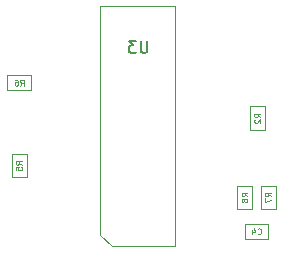
<source format=gbr>
G04 #@! TF.GenerationSoftware,KiCad,Pcbnew,(6.0.2)*
G04 #@! TF.CreationDate,2022-09-28T01:57:45+02:00*
G04 #@! TF.ProjectId,Tiny-Power-Meter,54696e79-2d50-46f7-9765-722d4d657465,rev?*
G04 #@! TF.SameCoordinates,Original*
G04 #@! TF.FileFunction,AssemblyDrawing,Bot*
%FSLAX46Y46*%
G04 Gerber Fmt 4.6, Leading zero omitted, Abs format (unit mm)*
G04 Created by KiCad (PCBNEW (6.0.2)) date 2022-09-28 01:57:45*
%MOMM*%
%LPD*%
G01*
G04 APERTURE LIST*
%ADD10C,0.080000*%
%ADD11C,0.150000*%
%ADD12C,0.100000*%
G04 APERTURE END LIST*
D10*
X160426190Y-77716666D02*
X160188095Y-77550000D01*
X160426190Y-77430952D02*
X159926190Y-77430952D01*
X159926190Y-77621428D01*
X159950000Y-77669047D01*
X159973809Y-77692857D01*
X160021428Y-77716666D01*
X160092857Y-77716666D01*
X160140476Y-77692857D01*
X160164285Y-77669047D01*
X160188095Y-77621428D01*
X160188095Y-77430952D01*
X159973809Y-77907142D02*
X159950000Y-77930952D01*
X159926190Y-77978571D01*
X159926190Y-78097619D01*
X159950000Y-78145238D01*
X159973809Y-78169047D01*
X160021428Y-78192857D01*
X160069047Y-78192857D01*
X160140476Y-78169047D01*
X160426190Y-77883333D01*
X160426190Y-78192857D01*
X140226190Y-81716666D02*
X139988095Y-81550000D01*
X140226190Y-81430952D02*
X139726190Y-81430952D01*
X139726190Y-81621428D01*
X139750000Y-81669047D01*
X139773809Y-81692857D01*
X139821428Y-81716666D01*
X139892857Y-81716666D01*
X139940476Y-81692857D01*
X139964285Y-81669047D01*
X139988095Y-81621428D01*
X139988095Y-81430952D01*
X139726190Y-82169047D02*
X139726190Y-81930952D01*
X139964285Y-81907142D01*
X139940476Y-81930952D01*
X139916666Y-81978571D01*
X139916666Y-82097619D01*
X139940476Y-82145238D01*
X139964285Y-82169047D01*
X140011904Y-82192857D01*
X140130952Y-82192857D01*
X140178571Y-82169047D01*
X140202380Y-82145238D01*
X140226190Y-82097619D01*
X140226190Y-81978571D01*
X140202380Y-81930952D01*
X140178571Y-81907142D01*
X140083333Y-75026190D02*
X140250000Y-74788095D01*
X140369047Y-75026190D02*
X140369047Y-74526190D01*
X140178571Y-74526190D01*
X140130952Y-74550000D01*
X140107142Y-74573809D01*
X140083333Y-74621428D01*
X140083333Y-74692857D01*
X140107142Y-74740476D01*
X140130952Y-74764285D01*
X140178571Y-74788095D01*
X140369047Y-74788095D01*
X139654761Y-74526190D02*
X139750000Y-74526190D01*
X139797619Y-74550000D01*
X139821428Y-74573809D01*
X139869047Y-74645238D01*
X139892857Y-74740476D01*
X139892857Y-74930952D01*
X139869047Y-74978571D01*
X139845238Y-75002380D01*
X139797619Y-75026190D01*
X139702380Y-75026190D01*
X139654761Y-75002380D01*
X139630952Y-74978571D01*
X139607142Y-74930952D01*
X139607142Y-74811904D01*
X139630952Y-74764285D01*
X139654761Y-74740476D01*
X139702380Y-74716666D01*
X139797619Y-74716666D01*
X139845238Y-74740476D01*
X139869047Y-74764285D01*
X139892857Y-74811904D01*
X159326190Y-84416666D02*
X159088095Y-84250000D01*
X159326190Y-84130952D02*
X158826190Y-84130952D01*
X158826190Y-84321428D01*
X158850000Y-84369047D01*
X158873809Y-84392857D01*
X158921428Y-84416666D01*
X158992857Y-84416666D01*
X159040476Y-84392857D01*
X159064285Y-84369047D01*
X159088095Y-84321428D01*
X159088095Y-84130952D01*
X159040476Y-84702380D02*
X159016666Y-84654761D01*
X158992857Y-84630952D01*
X158945238Y-84607142D01*
X158921428Y-84607142D01*
X158873809Y-84630952D01*
X158850000Y-84654761D01*
X158826190Y-84702380D01*
X158826190Y-84797619D01*
X158850000Y-84845238D01*
X158873809Y-84869047D01*
X158921428Y-84892857D01*
X158945238Y-84892857D01*
X158992857Y-84869047D01*
X159016666Y-84845238D01*
X159040476Y-84797619D01*
X159040476Y-84702380D01*
X159064285Y-84654761D01*
X159088095Y-84630952D01*
X159135714Y-84607142D01*
X159230952Y-84607142D01*
X159278571Y-84630952D01*
X159302380Y-84654761D01*
X159326190Y-84702380D01*
X159326190Y-84797619D01*
X159302380Y-84845238D01*
X159278571Y-84869047D01*
X159230952Y-84892857D01*
X159135714Y-84892857D01*
X159088095Y-84869047D01*
X159064285Y-84845238D01*
X159040476Y-84797619D01*
X161326190Y-84416666D02*
X161088095Y-84250000D01*
X161326190Y-84130952D02*
X160826190Y-84130952D01*
X160826190Y-84321428D01*
X160850000Y-84369047D01*
X160873809Y-84392857D01*
X160921428Y-84416666D01*
X160992857Y-84416666D01*
X161040476Y-84392857D01*
X161064285Y-84369047D01*
X161088095Y-84321428D01*
X161088095Y-84130952D01*
X160826190Y-84583333D02*
X160826190Y-84916666D01*
X161326190Y-84702380D01*
D11*
X150861904Y-71252380D02*
X150861904Y-72061904D01*
X150814285Y-72157142D01*
X150766666Y-72204761D01*
X150671428Y-72252380D01*
X150480952Y-72252380D01*
X150385714Y-72204761D01*
X150338095Y-72157142D01*
X150290476Y-72061904D01*
X150290476Y-71252380D01*
X149909523Y-71252380D02*
X149290476Y-71252380D01*
X149623809Y-71633333D01*
X149480952Y-71633333D01*
X149385714Y-71680952D01*
X149338095Y-71728571D01*
X149290476Y-71823809D01*
X149290476Y-72061904D01*
X149338095Y-72157142D01*
X149385714Y-72204761D01*
X149480952Y-72252380D01*
X149766666Y-72252380D01*
X149861904Y-72204761D01*
X149909523Y-72157142D01*
D10*
X160183333Y-87578571D02*
X160207142Y-87602380D01*
X160278571Y-87626190D01*
X160326190Y-87626190D01*
X160397619Y-87602380D01*
X160445238Y-87554761D01*
X160469047Y-87507142D01*
X160492857Y-87411904D01*
X160492857Y-87340476D01*
X160469047Y-87245238D01*
X160445238Y-87197619D01*
X160397619Y-87150000D01*
X160326190Y-87126190D01*
X160278571Y-87126190D01*
X160207142Y-87150000D01*
X160183333Y-87173809D01*
X159754761Y-87292857D02*
X159754761Y-87626190D01*
X159873809Y-87102380D02*
X159992857Y-87459523D01*
X159683333Y-87459523D01*
D12*
X159575000Y-78800000D02*
X160825000Y-78800000D01*
X160825000Y-76800000D02*
X159575000Y-76800000D01*
X160825000Y-78800000D02*
X160825000Y-76800000D01*
X159575000Y-76800000D02*
X159575000Y-78800000D01*
X140625000Y-80800000D02*
X139375000Y-80800000D01*
X139375000Y-82800000D02*
X140625000Y-82800000D01*
X139375000Y-80800000D02*
X139375000Y-82800000D01*
X140625000Y-82800000D02*
X140625000Y-80800000D01*
X139000000Y-75425000D02*
X141000000Y-75425000D01*
X139000000Y-74175000D02*
X139000000Y-75425000D01*
X141000000Y-74175000D02*
X139000000Y-74175000D01*
X141000000Y-75425000D02*
X141000000Y-74175000D01*
X158475000Y-83500000D02*
X158475000Y-85500000D01*
X158475000Y-85500000D02*
X159725000Y-85500000D01*
X159725000Y-83500000D02*
X158475000Y-83500000D01*
X159725000Y-85500000D02*
X159725000Y-83500000D01*
X160475000Y-85500000D02*
X161725000Y-85500000D01*
X161725000Y-85500000D02*
X161725000Y-83500000D01*
X160475000Y-83500000D02*
X160475000Y-85500000D01*
X161725000Y-83500000D02*
X160475000Y-83500000D01*
X146885000Y-68325000D02*
X146885000Y-87645000D01*
X147885000Y-88645000D02*
X153235000Y-88645000D01*
X146885000Y-87645000D02*
X147885000Y-88645000D01*
X153235000Y-88645000D02*
X153235000Y-68325000D01*
X153235000Y-68325000D02*
X146885000Y-68325000D01*
X159100000Y-88025000D02*
X161100000Y-88025000D01*
X161100000Y-86775000D02*
X159100000Y-86775000D01*
X159100000Y-86775000D02*
X159100000Y-88025000D01*
X161100000Y-88025000D02*
X161100000Y-86775000D01*
M02*

</source>
